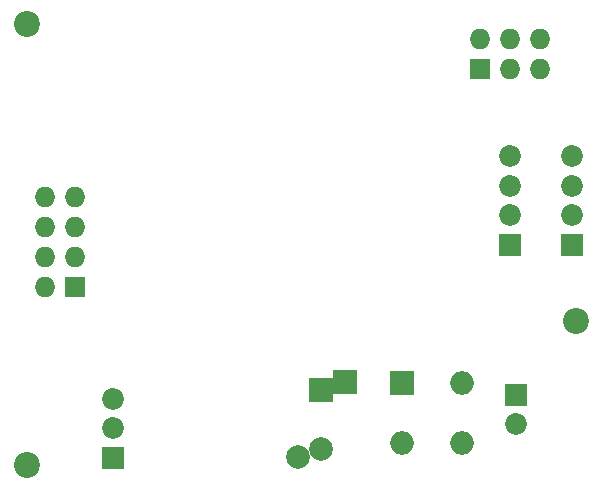
<source format=gbr>
G04 #@! TF.GenerationSoftware,KiCad,Pcbnew,(5.0.0)*
G04 #@! TF.CreationDate,2018-08-24T12:12:44+02:00*
G04 #@! TF.ProjectId,dmx_rgb,646D785F7267622E6B696361645F7063,rev?*
G04 #@! TF.SameCoordinates,Original*
G04 #@! TF.FileFunction,Soldermask,Bot*
G04 #@! TF.FilePolarity,Negative*
%FSLAX46Y46*%
G04 Gerber Fmt 4.6, Leading zero omitted, Abs format (unit mm)*
G04 Created by KiCad (PCBNEW (5.0.0)) date 08/24/18 12:12:44*
%MOMM*%
%LPD*%
G01*
G04 APERTURE LIST*
%ADD10R,2.000000X2.000000*%
%ADD11C,2.000000*%
%ADD12O,2.000000X2.000000*%
%ADD13R,1.850000X1.850000*%
%ADD14C,1.850000*%
%ADD15R,1.727200X1.727200*%
%ADD16O,1.727200X1.727200*%
%ADD17C,2.200000*%
G04 APERTURE END LIST*
D10*
G04 #@! TO.C,C5*
X148844000Y-50292000D03*
D11*
X148844000Y-55292000D03*
D10*
X150844000Y-49619856D03*
D11*
X146844000Y-55964144D03*
G04 #@! TD*
D12*
G04 #@! TO.C,D1*
X160782000Y-49657000D03*
X155702000Y-54737000D03*
X160782000Y-54737000D03*
D10*
X155702000Y-49657000D03*
G04 #@! TD*
D13*
G04 #@! TO.C,J1*
X165354000Y-50673000D03*
D14*
X165354000Y-53173000D03*
G04 #@! TD*
D15*
G04 #@! TO.C,J2*
X128016000Y-41529000D03*
D16*
X125476000Y-41529000D03*
X128016000Y-38989000D03*
X125476000Y-38989000D03*
X128016000Y-36449000D03*
X125476000Y-36449000D03*
X128016000Y-33909000D03*
X125476000Y-33909000D03*
G04 #@! TD*
D15*
G04 #@! TO.C,J3*
X162306000Y-23114000D03*
D16*
X162306000Y-20574000D03*
X164846000Y-23114000D03*
X164846000Y-20574000D03*
X167386000Y-23114000D03*
X167386000Y-20574000D03*
G04 #@! TD*
D13*
G04 #@! TO.C,J4*
X131191000Y-56007000D03*
D14*
X131191000Y-53507000D03*
X131191000Y-51007000D03*
G04 #@! TD*
D13*
G04 #@! TO.C,J5*
X164846000Y-37973000D03*
D14*
X164846000Y-35473000D03*
X164846000Y-32973000D03*
X164846000Y-30473000D03*
G04 #@! TD*
D13*
G04 #@! TO.C,J6*
X170053000Y-37973000D03*
D14*
X170053000Y-35473000D03*
X170053000Y-32973000D03*
X170053000Y-30473000D03*
G04 #@! TD*
D17*
G04 #@! TO.C,MH1*
X123952000Y-19304000D03*
G04 #@! TD*
G04 #@! TO.C,MH2*
X123952000Y-56642000D03*
G04 #@! TD*
G04 #@! TO.C,MH3*
X170434000Y-44450000D03*
G04 #@! TD*
M02*

</source>
